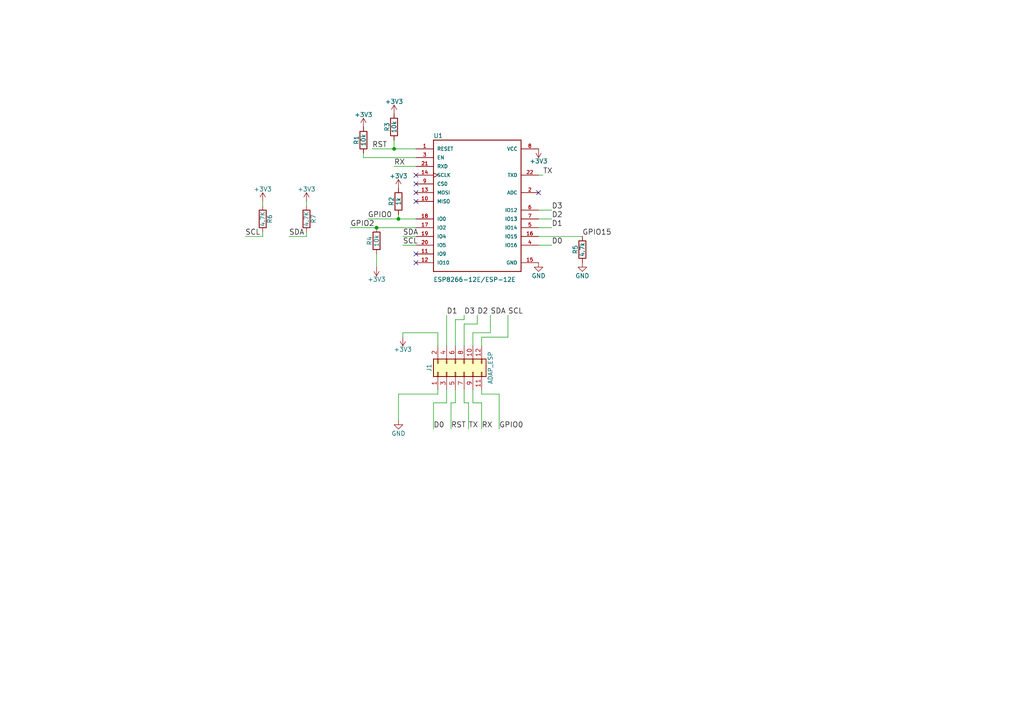
<source format=kicad_sch>
(kicad_sch (version 20230121) (generator eeschema)
  (paper "A4")
  (lib_symbols
    (symbol "ESP8266-12E/ESP-12E_1" (pin_names (offset 1.016))
      (property "Reference" "U" (at -12.7254 18.3134 0))
      (property "Value" "ESP8266-12E/ESP-12E" (at -12.7254 -23.3934 0))
      (symbol "ESP8266-12E/ESP-12E_1_0_0"
        (polyline (pts (xy -12.7 -20.32) (xy -12.7 17.78)) (stroke (width 0.254)))
        (polyline (pts (xy -12.7 17.78) (xy 12.7 17.78)) (stroke (width 0.254)))
        (polyline (pts (xy 12.7 -20.32) (xy -12.7 -20.32)) (stroke (width 0.254)))
        (polyline (pts (xy 12.7 17.78) (xy 12.7 -20.32)) (stroke (width 0.254)))
        (pin input line (at -17.78 15.24 0) (length 5.08) (name "RESET") (number "1"))
        (pin bidirectional line (at -17.78 0 0) (length 5.08) (name "MISO") (number "10"))
        (pin bidirectional line (at -17.78 -15.24 0) (length 5.08) (name "IO9") (number "11"))
        (pin bidirectional line (at -17.78 -17.78 0) (length 5.08) (name "IO10") (number "12"))
        (pin bidirectional line (at -17.78 2.54 0) (length 5.08) (name "MOSI") (number "13"))
        (pin input clock (at -17.78 7.62 0) (length 5.08) (name "SCLK") (number "14"))
        (pin input line (at 17.78 -17.78 180) (length 5.08) (name "GND") (number "15"))
        (pin bidirectional line (at 17.78 -10.16 180) (length 5.08) (name "IO15") (number "16"))
        (pin bidirectional line (at -17.78 -7.62 0) (length 5.08) (name "IO2") (number "17"))
        (pin bidirectional line (at -17.78 -5.08 0) (length 5.08) (name "IO0") (number "18"))
        (pin bidirectional line (at -17.78 -10.16 0) (length 5.08) (name "IO4") (number "19"))
        (pin passive line (at 17.78 2.54 180) (length 5.08) (name "ADC") (number "2"))
        (pin bidirectional line (at -17.78 -12.7 0) (length 5.08) (name "IO5") (number "20"))
        (pin input line (at -17.78 10.16 0) (length 5.08) (name "RXD") (number "21"))
        (pin output line (at 17.78 7.62 180) (length 5.08) (name "TXD") (number "22"))
        (pin input line (at -17.78 12.7 0) (length 5.08) (name "EN") (number "3"))
        (pin bidirectional line (at 17.78 -12.7 180) (length 5.08) (name "IO16") (number "4"))
        (pin bidirectional line (at 17.78 -7.62 180) (length 5.08) (name "IO14") (number "5"))
        (pin bidirectional line (at 17.78 -2.54 180) (length 5.08) (name "IO12") (number "6"))
        (pin bidirectional line (at 17.78 -5.08 180) (length 5.08) (name "IO13") (number "7"))
        (pin input line (at 17.78 15.24 180) (length 5.08) (name "VCC") (number "8"))
        (pin input line (at -17.78 5.08 0) (length 5.08) (name "CS0") (number "9"))
      )
    )
    (symbol "ESP8266-12E/ESP-12E_2" (pin_names (offset 1.016))
      (property "Reference" "U" (at -12.7254 18.3134 0))
      (property "Value" "ESP8266-12E/ESP-12E" (at -12.7254 -23.3934 0))
      (symbol "ESP8266-12E/ESP-12E_2_0_0"
        (polyline (pts (xy -12.7 -20.32) (xy -12.7 17.78)) (stroke (width 0.254)))
        (polyline (pts (xy -12.7 17.78) (xy 12.7 17.78)) (stroke (width 0.254)))
        (polyline (pts (xy 12.7 -20.32) (xy -12.7 -20.32)) (stroke (width 0.254)))
        (polyline (pts (xy 12.7 17.78) (xy 12.7 -20.32)) (stroke (width 0.254)))
        (pin input line (at -17.78 15.24 0) (length 5.08) (name "RESET") (number "1"))
        (pin bidirectional line (at -17.78 0 0) (length 5.08) (name "MISO") (number "10"))
        (pin bidirectional line (at -17.78 -15.24 0) (length 5.08) (name "IO9") (number "11"))
        (pin bidirectional line (at -17.78 -17.78 0) (length 5.08) (name "IO10") (number "12"))
        (pin bidirectional line (at -17.78 2.54 0) (length 5.08) (name "MOSI") (number "13"))
        (pin input clock (at -17.78 7.62 0) (length 5.08) (name "SCLK") (number "14"))
        (pin input line (at 17.78 -17.78 180) (length 5.08) (name "GND") (number "15"))
        (pin bidirectional line (at 17.78 -10.16 180) (length 5.08) (name "IO15") (number "16"))
        (pin bidirectional line (at -17.78 -7.62 0) (length 5.08) (name "IO2") (number "17"))
        (pin bidirectional line (at -17.78 -5.08 0) (length 5.08) (name "IO0") (number "18"))
        (pin bidirectional line (at -17.78 -10.16 0) (length 5.08) (name "IO4") (number "19"))
        (pin passive line (at 17.78 2.54 180) (length 5.08) (name "ADC") (number "2"))
        (pin bidirectional line (at -17.78 -12.7 0) (length 5.08) (name "IO5") (number "20"))
        (pin input line (at -17.78 10.16 0) (length 5.08) (name "RXD") (number "21"))
        (pin output line (at 17.78 7.62 180) (length 5.08) (name "TXD") (number "22"))
        (pin input line (at -17.78 12.7 0) (length 5.08) (name "EN") (number "3"))
        (pin bidirectional line (at 17.78 -12.7 180) (length 5.08) (name "IO16") (number "4"))
        (pin bidirectional line (at 17.78 -7.62 180) (length 5.08) (name "IO14") (number "5"))
        (pin bidirectional line (at 17.78 -2.54 180) (length 5.08) (name "IO12") (number "6"))
        (pin bidirectional line (at 17.78 -5.08 180) (length 5.08) (name "IO13") (number "7"))
        (pin input line (at 17.78 15.24 180) (length 5.08) (name "VCC") (number "8"))
        (pin input line (at -17.78 5.08 0) (length 5.08) (name "CS0") (number "9"))
      )
    )
    (symbol "WiFiadapter-rescue:+3.3V" (power) (pin_names (offset 0))
      (property "Value" "+3.3V" (at 0 3.556 0))
      (symbol "+3.3V_0_1"
        (polyline (pts (xy -0.762 1.27) (xy 0 2.54)))
        (polyline (pts (xy 0 0) (xy 0 2.54)))
        (polyline (pts (xy 0 2.54) (xy 0.762 1.27)))
      )
      (symbol "+3.3V_1_1"
        (pin power_in line (at 0 0 90) (length 0) hide (name "+3V3") (number "1"))
      )
    )
    (symbol "WiFiadapter-rescue:Conn_02x06_Odd_Even" (pin_names (offset 1.016) hide)
      (property "Reference" "J" (at 1.27 7.62 0))
      (property "Value" "Conn_02x06_Odd_Even" (at 1.27 -10.16 0))
      (symbol "Conn_02x06_Odd_Even_1_1"
        (rectangle (start -1.27 -7.493) (end 0 -7.747) (stroke (width 0.1524)))
        (rectangle (start -1.27 -4.953) (end 0 -5.207) (stroke (width 0.1524)))
        (rectangle (start -1.27 -2.413) (end 0 -2.667) (stroke (width 0.1524)))
        (rectangle (start -1.27 0.127) (end 0 -0.127) (stroke (width 0.1524)))
        (rectangle (start -1.27 2.667) (end 0 2.413) (stroke (width 0.1524)))
        (rectangle (start -1.27 5.207) (end 0 4.953) (stroke (width 0.1524)))
        (rectangle (start -1.27 6.35) (end 3.81 -8.89) (stroke (width 0.254)) (fill (type background)))
        (rectangle (start 3.81 -7.493) (end 2.54 -7.747) (stroke (width 0.1524)))
        (rectangle (start 3.81 -4.953) (end 2.54 -5.207) (stroke (width 0.1524)))
        (rectangle (start 3.81 -2.413) (end 2.54 -2.667) (stroke (width 0.1524)))
        (rectangle (start 3.81 0.127) (end 2.54 -0.127) (stroke (width 0.1524)))
        (rectangle (start 3.81 2.667) (end 2.54 2.413) (stroke (width 0.1524)))
        (rectangle (start 3.81 5.207) (end 2.54 4.953) (stroke (width 0.1524)))
        (pin passive line (at -5.08 5.08 0) (length 3.81) (name "Pin_1") (number "1"))
        (pin passive line (at 7.62 -5.08 180) (length 3.81) (name "Pin_10") (number "10"))
        (pin passive line (at -5.08 -7.62 0) (length 3.81) (name "Pin_11") (number "11"))
        (pin passive line (at 7.62 -7.62 180) (length 3.81) (name "Pin_12") (number "12"))
        (pin passive line (at 7.62 5.08 180) (length 3.81) (name "Pin_2") (number "2"))
        (pin passive line (at -5.08 2.54 0) (length 3.81) (name "Pin_3") (number "3"))
        (pin passive line (at 7.62 2.54 180) (length 3.81) (name "Pin_4") (number "4"))
        (pin passive line (at -5.08 0 0) (length 3.81) (name "Pin_5") (number "5"))
        (pin passive line (at 7.62 0 180) (length 3.81) (name "Pin_6") (number "6"))
        (pin passive line (at -5.08 -2.54 0) (length 3.81) (name "Pin_7") (number "7"))
        (pin passive line (at 7.62 -2.54 180) (length 3.81) (name "Pin_8") (number "8"))
        (pin passive line (at -5.08 -5.08 0) (length 3.81) (name "Pin_9") (number "9"))
      )
    )
    (symbol "WiFiadapter-rescue:GND" (power) (pin_names (offset 0))
      (property "Value" "GND" (at 0 -3.81 0))
      (symbol "GND_0_1"
        (polyline (pts (xy 0 0) (xy 0 -1.27) (xy 1.27 -1.27) (xy 0 -2.54) (xy -1.27 -1.27) (xy 0 -1.27)))
      )
      (symbol "GND_1_1"
        (pin power_in line (at 0 0 270) (length 0) hide (name "GND") (number "1"))
      )
    )
    (symbol "WiFiadapter-rescue:R" (pin_numbers hide) (pin_names (offset 0))
      (property "Reference" "R" (at 2.032 0 90))
      (property "Value" "R" (at 0 0 90))
      (symbol "R_0_1"
        (rectangle (start -1.016 -2.54) (end 1.016 2.54) (stroke (width 0.254)))
      )
      (symbol "R_1_1"
        (pin passive line (at 0 3.81 270) (length 1.27) (name "~") (number "1"))
        (pin passive line (at 0 -3.81 90) (length 1.27) (name "~") (number "2"))
      )
    )
  )
  (junction (at 115.57 63.5))
  (junction (at 114.3 43.18))
  (junction (at 109.22 66.04))
  (no_connect (at 120.65 73.66))
  (no_connect (at 120.65 76.2))
  (no_connect (at 120.65 50.8))
  (no_connect (at 120.65 53.34))
  (no_connect (at 120.65 58.42))
  (no_connect (at 156.21 55.88))
  (no_connect (at 120.65 55.88))
  (wire (pts (xy 107.95 43.18) (xy 114.3 43.18)))
  (wire (pts (xy 129.54 113.03) (xy 129.54 116.84)))
  (wire (pts (xy 147.32 97.79) (xy 147.32 91.44)))
  (wire (pts (xy 105.41 45.72) (xy 120.65 45.72)))
  (wire (pts (xy 114.3 43.18) (xy 120.65 43.18)))
  (wire (pts (xy 132.08 92.71) (xy 132.08 100.33)))
  (wire (pts (xy 144.78 114.3) (xy 144.78 124.46)))
  (wire (pts (xy 88.9 68.58) (xy 88.9 67.31)))
  (wire (pts (xy 137.16 116.84) (xy 137.16 113.03)))
  (wire (pts (xy 156.21 63.5) (xy 160.02 63.5)))
  (wire (pts (xy 120.65 71.12) (xy 116.84 71.12)))
  (wire (pts (xy 156.21 66.04) (xy 160.02 66.04)))
  (wire (pts (xy 115.57 121.92) (xy 115.57 114.3)))
  (wire (pts (xy 156.21 68.58) (xy 168.91 68.58)))
  (wire (pts (xy 130.81 116.84) (xy 132.08 116.84)))
  (wire (pts (xy 142.24 96.52) (xy 137.16 96.52)))
  (wire (pts (xy 120.65 48.26) (xy 114.3 48.26)))
  (wire (pts (xy 101.6 66.04) (xy 109.22 66.04)))
  (wire (pts (xy 116.84 96.52) (xy 116.84 97.79)))
  (wire (pts (xy 139.7 114.3) (xy 144.78 114.3)))
  (wire (pts (xy 129.54 116.84) (xy 125.73 116.84)))
  (wire (pts (xy 160.02 71.12) (xy 156.21 71.12)))
  (wire (pts (xy 106.68 63.5) (xy 115.57 63.5)))
  (wire (pts (xy 125.73 116.84) (xy 125.73 124.46)))
  (wire (pts (xy 139.7 116.84) (xy 137.16 116.84)))
  (wire (pts (xy 139.7 124.46) (xy 139.7 116.84)))
  (wire (pts (xy 156.21 50.8) (xy 157.48 50.8)))
  (wire (pts (xy 139.7 113.03) (xy 139.7 114.3)))
  (wire (pts (xy 105.41 44.45) (xy 105.41 45.72)))
  (wire (pts (xy 142.24 91.44) (xy 142.24 96.52)))
  (wire (pts (xy 156.21 60.96) (xy 160.02 60.96)))
  (wire (pts (xy 127 100.33) (xy 127 96.52)))
  (wire (pts (xy 83.82 68.58) (xy 88.9 68.58)))
  (wire (pts (xy 130.81 124.46) (xy 130.81 116.84)))
  (wire (pts (xy 138.43 93.98) (xy 134.62 93.98)))
  (wire (pts (xy 71.12 68.58) (xy 76.2 68.58)))
  (wire (pts (xy 127 114.3) (xy 127 113.03)))
  (wire (pts (xy 115.57 114.3) (xy 127 114.3)))
  (wire (pts (xy 137.16 96.52) (xy 137.16 100.33)))
  (wire (pts (xy 138.43 91.44) (xy 138.43 93.98)))
  (wire (pts (xy 76.2 58.42) (xy 76.2 59.69)))
  (wire (pts (xy 115.57 63.5) (xy 115.57 62.23)))
  (wire (pts (xy 134.62 93.98) (xy 134.62 100.33)))
  (wire (pts (xy 114.3 40.64) (xy 114.3 43.18)))
  (wire (pts (xy 135.89 116.84) (xy 135.89 124.46)))
  (wire (pts (xy 134.62 91.44) (xy 134.62 92.71)))
  (wire (pts (xy 120.65 68.58) (xy 116.84 68.58)))
  (wire (pts (xy 76.2 68.58) (xy 76.2 67.31)))
  (wire (pts (xy 134.62 92.71) (xy 132.08 92.71)))
  (wire (pts (xy 139.7 97.79) (xy 147.32 97.79)))
  (wire (pts (xy 129.54 91.44) (xy 129.54 100.33)))
  (wire (pts (xy 109.22 66.04) (xy 120.65 66.04)))
  (wire (pts (xy 109.22 73.66) (xy 109.22 77.47)))
  (wire (pts (xy 135.89 116.84) (xy 134.62 116.84)))
  (wire (pts (xy 88.9 58.42) (xy 88.9 59.69)))
  (wire (pts (xy 132.08 116.84) (xy 132.08 113.03)))
  (wire (pts (xy 115.57 63.5) (xy 120.65 63.5)))
  (wire (pts (xy 127 96.52) (xy 116.84 96.52)))
  (wire (pts (xy 139.7 100.33) (xy 139.7 97.79)))
  (wire (pts (xy 134.62 116.84) (xy 134.62 113.03)))
  (label "RST" (at 130.81 124.46 0) (effects (font (size 1.524 1.524))))
  (label "D2" (at 160.02 63.5 0) (effects (font (size 1.524 1.524))))
  (label "TX" (at 157.48 50.8 0) (effects (font (size 1.524 1.524))))
  (label "D0" (at 125.73 124.46 0) (effects (font (size 1.524 1.524))))
  (label "SDA" (at 116.84 68.58 0) (effects (font (size 1.524 1.524))))
  (label "RX" (at 139.7 124.46 0) (effects (font (size 1.524 1.524))))
  (label "D2" (at 138.43 91.44 0) (effects (font (size 1.524 1.524))))
  (label "GPIO2" (at 101.6 66.04 0) (effects (font (size 1.524 1.524))))
  (label "GPIO0" (at 106.68 63.5 0) (effects (font (size 1.524 1.524))))
  (label "D0" (at 160.02 71.12 0) (effects (font (size 1.524 1.524))))
  (label "SCL" (at 147.32 91.44 0) (effects (font (size 1.524 1.524))))
  (label "D1" (at 160.02 66.04 0) (effects (font (size 1.524 1.524))))
  (label "TX" (at 135.89 124.46 0) (effects (font (size 1.524 1.524))))
  (label "GPIO0" (at 144.78 124.46 0) (effects (font (size 1.524 1.524))))
  (label "D3" (at 160.02 60.96 0) (effects (font (size 1.524 1.524))))
  (label "D3" (at 134.62 91.44 0) (effects (font (size 1.524 1.524))))
  (label "D1" (at 129.54 91.44 0) (effects (font (size 1.524 1.524))))
  (label "SCL" (at 71.12 68.58 0) (effects (font (size 1.524 1.524))))
  (label "SCL" (at 116.84 71.12 0) (effects (font (size 1.524 1.524))))
  (label "SDA" (at 142.24 91.44 0) (effects (font (size 1.524 1.524))))
  (label "RST" (at 107.95 43.18 0) (effects (font (size 1.524 1.524))))
  (label "SDA" (at 83.82 68.58 0) (effects (font (size 1.524 1.524))))
  (label "GPIO15" (at 168.91 68.58 0) (effects (font (size 1.524 1.524))))
  (label "RX" (at 114.3 48.26 0) (effects (font (size 1.524 1.524))))
  (symbol (lib_name "ESP8266-12E/ESP-12E_2") (lib_id "WiFiadapter-rescue:ESP8266-12E/ESP-12E") (at 138.43 58.42 0) (unit 1)
    (property "Reference" "U1" (at 125.7046 40.1066 0) (effects (justify left bottom)))
    (property "Value" "ESP8266-12E/ESP-12E" (at 125.7046 81.8134 0) (effects (justify left bottom)))
    (property "Footprint" "ESP8266-12E_ESP-12E:XCVR_ESP8266-12E%2fESP-12E" (effects hide))
    (property "Field4" "Unavailable" (effects hide))
    (property "Field5" "None" (effects hide))
    (property "Field6" "None" (effects hide))
    (property "Field8" "ESP8266-12E/ESP-12E" (effects hide))
  )
  (symbol (lib_id "WiFiadapter-rescue:+3.3V") (at 116.84 97.79 180) (unit 1)
    (property "Reference" "#PWR01" (effects hide))
    (property "Value" "+3.3V" (at 116.84 101.346 0))
  )
  (symbol (lib_id "WiFiadapter-rescue:GND") (at 115.57 121.92 0) (unit 1)
    (property "Reference" "#PWR02" (effects hide))
    (property "Value" "GND" (at 115.57 125.73 0))
  )
  (symbol (lib_id "WiFiadapter-rescue:GND") (at 156.21 76.2 0) (unit 1)
    (property "Reference" "#PWR03" (effects hide))
    (property "Value" "GND" (at 156.21 80.01 0))
  )
  (symbol (lib_id "WiFiadapter-rescue:+3.3V") (at 156.21 43.18 180) (unit 1)
    (property "Reference" "#PWR04" (effects hide))
    (property "Value" "+3.3V" (at 156.21 46.736 0))
  )
  (symbol (lib_id "WiFiadapter-rescue:R") (at 105.41 40.64 180) (unit 1)
    (property "Reference" "R1" (at 103.378 40.64 90))
    (property "Value" "10k" (at 105.41 40.64 90))
    (property "Footprint" "Resistors_SMD:R_0805_HandSoldering" (effects hide))
  )
  (symbol (lib_id "WiFiadapter-rescue:R") (at 109.22 69.85 180) (unit 1)
    (property "Reference" "R4" (at 107.188 69.85 90))
    (property "Value" "10k" (at 109.22 69.85 90))
    (property "Footprint" "Resistors_SMD:R_0805_HandSoldering" (effects hide))
  )
  (symbol (lib_id "WiFiadapter-rescue:R") (at 168.91 72.39 180) (unit 1)
    (property "Reference" "R5" (at 166.878 72.39 90))
    (property "Value" "4.7k" (at 168.91 72.39 90))
    (property "Footprint" "Resistors_SMD:R_0805_HandSoldering" (effects hide))
  )
  (symbol (lib_id "WiFiadapter-rescue:+3.3V") (at 105.41 36.83 0) (unit 1)
    (property "Reference" "#PWR05" (effects hide))
    (property "Value" "+3.3V" (at 105.41 33.274 0))
  )
  (symbol (lib_id "WiFiadapter-rescue:GND") (at 168.91 76.2 0) (unit 1)
    (property "Reference" "#PWR06" (effects hide))
    (property "Value" "GND" (at 168.91 80.01 0))
  )
  (symbol (lib_id "WiFiadapter-rescue:+3.3V") (at 109.22 77.47 180) (unit 1)
    (property "Reference" "#PWR07" (effects hide))
    (property "Value" "+3.3V" (at 109.22 81.026 0))
  )
  (symbol (lib_id "WiFiadapter-rescue:R") (at 115.57 58.42 180) (unit 1)
    (property "Reference" "R2" (at 113.538 58.42 90))
    (property "Value" "1k" (at 115.57 58.42 90))
    (property "Footprint" "Resistors_SMD:R_0805_HandSoldering" (effects hide))
  )
  (symbol (lib_id "WiFiadapter-rescue:+3.3V") (at 115.57 54.61 0) (unit 1)
    (property "Reference" "#PWR08" (effects hide))
    (property "Value" "+3.3V" (at 115.57 51.054 0))
  )
  (symbol (lib_id "WiFiadapter-rescue:Conn_02x06_Odd_Even") (at 132.08 107.95 90) (unit 1)
    (property "Reference" "J1" (at 124.46 106.68 0))
    (property "Value" "ADAP_ESP" (at 142.24 106.68 0))
    (property "Footprint" "Pin_Headers:Pin_Header_Straight_2x06_Pitch2.54mm" (effects hide))
  )
  (symbol (lib_id "WiFiadapter-rescue:R") (at 114.3 36.83 180) (unit 1)
    (property "Reference" "R3" (at 112.268 36.83 90))
    (property "Value" "10k" (at 114.3 36.83 90))
    (property "Footprint" "Resistors_SMD:R_0805_HandSoldering" (effects hide))
    (property "Fieldname" "Value" (effects hide))
  )
  (symbol (lib_id "WiFiadapter-rescue:+3.3V") (at 114.3 33.02 0) (unit 1)
    (property "Reference" "#PWR09" (effects hide))
    (property "Value" "+3.3V" (at 114.3 29.464 0))
  )
  (symbol (lib_id "WiFiadapter-rescue:R") (at 88.9 63.5 0) (unit 1)
    (property "Reference" "R7" (at 90.932 63.5 90))
    (property "Value" "4.7K" (at 88.9 63.5 90))
    (property "Footprint" "Resistors_SMD:R_0805_HandSoldering" (effects hide))
  )
  (symbol (lib_id "WiFiadapter-rescue:R") (at 76.2 63.5 0) (unit 1)
    (property "Reference" "R6" (at 78.232 63.5 90))
    (property "Value" "4.7K" (at 76.2 63.5 90))
    (property "Footprint" "Resistors_SMD:R_0805_HandSoldering" (effects hide))
  )
  (symbol (lib_id "WiFiadapter-rescue:+3.3V") (at 76.2 58.42 0) (unit 1)
    (property "Reference" "#PWR010" (effects hide))
    (property "Value" "+3.3V" (at 76.2 54.864 0))
  )
  (symbol (lib_id "WiFiadapter-rescue:+3.3V") (at 88.9 58.42 0) (unit 1)
    (property "Reference" "#PWR011" (effects hide))
    (property "Value" "+3.3V" (at 88.9 54.864 0))
  )
)
</source>
